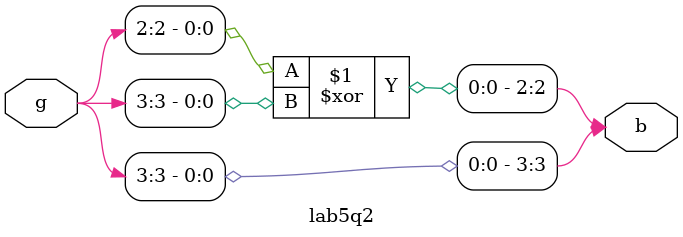
<source format=v>
module lab5q2(g,b);
input [3:0] g;
output [3:0] b;
assign b[3] = g[3];
assign b[2] = g[2] ^ g[3];

endmodule


</source>
